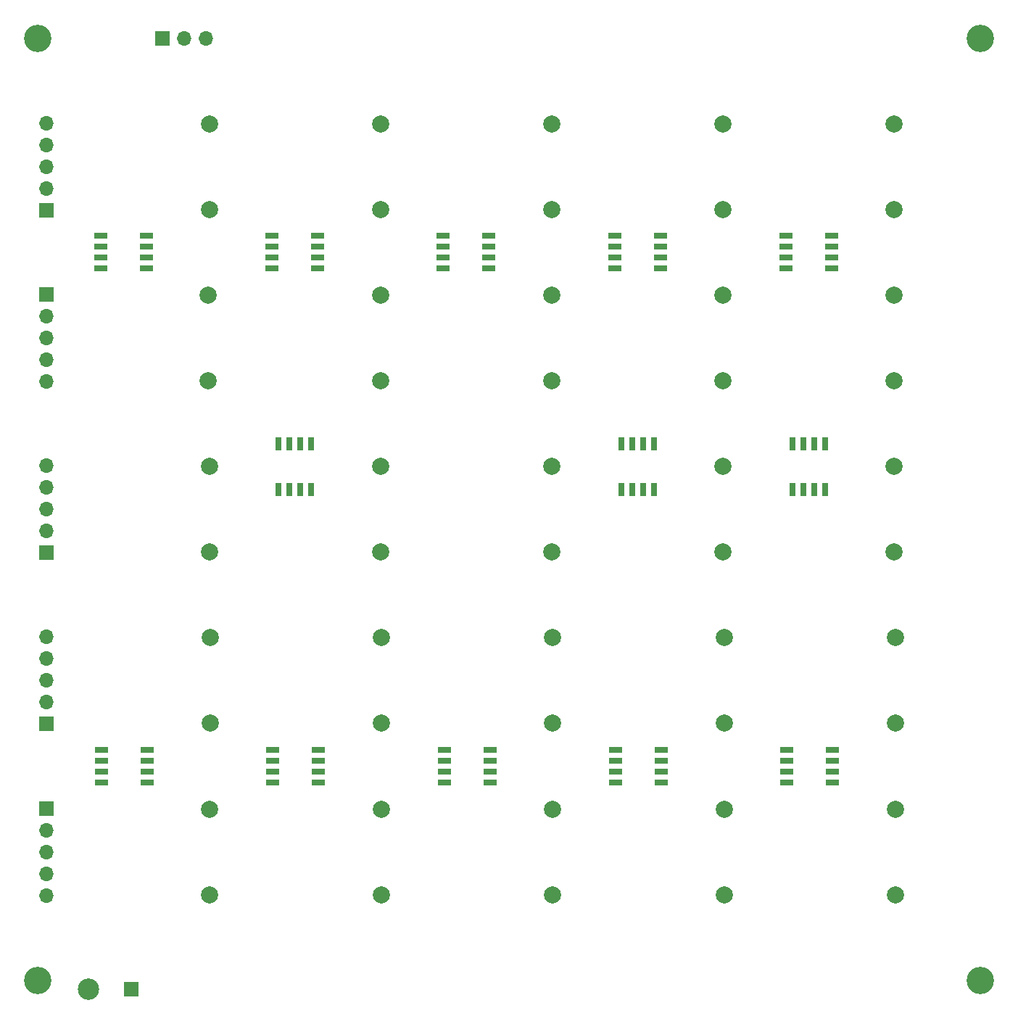
<source format=gbr>
%TF.GenerationSoftware,KiCad,Pcbnew,(6.0.4)*%
%TF.CreationDate,2022-05-01T19:30:29-04:00*%
%TF.ProjectId,ultrasonic,756c7472-6173-46f6-9e69-632e6b696361,rev?*%
%TF.SameCoordinates,Original*%
%TF.FileFunction,Soldermask,Top*%
%TF.FilePolarity,Negative*%
%FSLAX46Y46*%
G04 Gerber Fmt 4.6, Leading zero omitted, Abs format (unit mm)*
G04 Created by KiCad (PCBNEW (6.0.4)) date 2022-05-01 19:30:29*
%MOMM*%
%LPD*%
G01*
G04 APERTURE LIST*
G04 Aperture macros list*
%AMRoundRect*
0 Rectangle with rounded corners*
0 $1 Rounding radius*
0 $2 $3 $4 $5 $6 $7 $8 $9 X,Y pos of 4 corners*
0 Add a 4 corners polygon primitive as box body*
4,1,4,$2,$3,$4,$5,$6,$7,$8,$9,$2,$3,0*
0 Add four circle primitives for the rounded corners*
1,1,$1+$1,$2,$3*
1,1,$1+$1,$4,$5*
1,1,$1+$1,$6,$7*
1,1,$1+$1,$8,$9*
0 Add four rect primitives between the rounded corners*
20,1,$1+$1,$2,$3,$4,$5,0*
20,1,$1+$1,$4,$5,$6,$7,0*
20,1,$1+$1,$6,$7,$8,$9,0*
20,1,$1+$1,$8,$9,$2,$3,0*%
G04 Aperture macros list end*
%ADD10C,3.200000*%
%ADD11R,1.700000X1.700000*%
%ADD12O,1.700000X1.700000*%
%ADD13C,2.500000*%
%ADD14C,2.000000*%
%ADD15RoundRect,0.042000X-0.748000X-0.258000X0.748000X-0.258000X0.748000X0.258000X-0.748000X0.258000X0*%
%ADD16RoundRect,0.042000X-0.258000X0.748000X-0.258000X-0.748000X0.258000X-0.748000X0.258000X0.748000X0*%
G04 APERTURE END LIST*
D10*
%TO.C,*%
X65000000Y-45000000D03*
%TD*%
%TO.C,*%
X175000000Y-45000000D03*
%TD*%
%TO.C,*%
X175000000Y-155000000D03*
%TD*%
%TO.C,REF\u002A\u002A*%
X65000000Y-155000000D03*
%TD*%
D11*
%TO.C,REF\u002A\u002A*%
X79500000Y-45000000D03*
D12*
X82040000Y-45000000D03*
X84580000Y-45000000D03*
%TD*%
D13*
%TO.C,REF\u002A\u002A*%
X70904762Y-156000000D03*
%TD*%
D11*
%TO.C,REF\u002A\u002A*%
X75904762Y-156000000D03*
%TD*%
D12*
%TO.C,REF\u002A\u002A*%
X66000000Y-145085000D03*
X66000000Y-142545000D03*
X66000000Y-140005000D03*
X66000000Y-137465000D03*
D11*
X66000000Y-134925000D03*
%TD*%
%TO.C,REF\u002A\u002A*%
X66000000Y-125075000D03*
D12*
X66000000Y-122535000D03*
X66000000Y-119995000D03*
X66000000Y-117455000D03*
X66000000Y-114915000D03*
%TD*%
%TO.C,REF\u002A\u002A*%
X66000000Y-94915000D03*
X66000000Y-97455000D03*
X66000000Y-99995000D03*
X66000000Y-102535000D03*
D11*
X66000000Y-105075000D03*
%TD*%
D12*
%TO.C,REF\u002A\u002A*%
X66000000Y-85085000D03*
X66000000Y-82545000D03*
X66000000Y-80005000D03*
X66000000Y-77465000D03*
D11*
X66000000Y-74925000D03*
%TD*%
D12*
%TO.C,REF\u002A\u002A*%
X66000000Y-54915000D03*
X66000000Y-57455000D03*
X66000000Y-59995000D03*
X66000000Y-62535000D03*
D11*
X66000000Y-65075000D03*
%TD*%
D14*
%TO.C,REF\u002A\u002A*%
X145121247Y-135000001D03*
X145121247Y-145000001D03*
%TD*%
%TO.C,REF\u002A\u002A*%
X145109876Y-124988630D03*
X145109876Y-114988630D03*
%TD*%
%TO.C,REF\u002A\u002A*%
X125121247Y-145000001D03*
X125121247Y-135000001D03*
%TD*%
%TO.C,REF\u002A\u002A*%
X85121247Y-125000001D03*
X85121247Y-115000001D03*
%TD*%
%TO.C,REF\u002A\u002A*%
X85000000Y-135000000D03*
X85000000Y-145000000D03*
%TD*%
%TO.C,REF\u002A\u002A*%
X105121247Y-135000001D03*
X105121247Y-145000001D03*
%TD*%
%TO.C,REF\u002A\u002A*%
X165121247Y-135000001D03*
X165121247Y-145000001D03*
%TD*%
%TO.C,REF\u002A\u002A*%
X105121247Y-125000001D03*
X105121247Y-115000001D03*
%TD*%
D15*
%TO.C,REF\u002A\u002A*%
X132451247Y-128095001D03*
X132451247Y-129365001D03*
X132451247Y-130635001D03*
X132451247Y-131905001D03*
X137791247Y-131905001D03*
X137791247Y-130635001D03*
X137791247Y-129365001D03*
X137791247Y-128095001D03*
%TD*%
%TO.C,REF\u002A\u002A*%
X152451247Y-128095001D03*
X152451247Y-129365001D03*
X152451247Y-130635001D03*
X152451247Y-131905001D03*
X157791247Y-131905001D03*
X157791247Y-130635001D03*
X157791247Y-129365001D03*
X157791247Y-128095001D03*
%TD*%
%TO.C,REF\u002A\u002A*%
X72451247Y-128056127D03*
X72451247Y-129326127D03*
X72451247Y-130596127D03*
X72451247Y-131866127D03*
X77791247Y-131866127D03*
X77791247Y-130596127D03*
X77791247Y-129326127D03*
X77791247Y-128056127D03*
%TD*%
%TO.C,REF\u002A\u002A*%
X92424833Y-128056127D03*
X92424833Y-129326127D03*
X92424833Y-130596127D03*
X92424833Y-131866127D03*
X97764833Y-131866127D03*
X97764833Y-130596127D03*
X97764833Y-129326127D03*
X97764833Y-128056127D03*
%TD*%
%TO.C,REF\u002A\u002A*%
X112451247Y-128095001D03*
X112451247Y-129365001D03*
X112451247Y-130635001D03*
X112451247Y-131905001D03*
X117791247Y-131905001D03*
X117791247Y-130635001D03*
X117791247Y-129365001D03*
X117791247Y-128095001D03*
%TD*%
D14*
%TO.C,REF\u002A\u002A*%
X165121247Y-125000001D03*
X165121247Y-115000001D03*
%TD*%
%TO.C,REF\u002A\u002A*%
X125104191Y-114988630D03*
X125104191Y-124988630D03*
%TD*%
D15*
%TO.C,REF\u002A\u002A*%
X72330000Y-68056126D03*
X72330000Y-69326126D03*
X72330000Y-70596126D03*
X72330000Y-71866126D03*
X77670000Y-71866126D03*
X77670000Y-70596126D03*
X77670000Y-69326126D03*
X77670000Y-68056126D03*
%TD*%
D16*
%TO.C,REF\u002A\u002A*%
X156905000Y-92330000D03*
X155635000Y-92330000D03*
X154365000Y-92330000D03*
X153095000Y-92330000D03*
X153095000Y-97670000D03*
X154365000Y-97670000D03*
X155635000Y-97670000D03*
X156905000Y-97670000D03*
%TD*%
%TO.C,REF\u002A\u002A*%
X136905000Y-92330000D03*
X135635000Y-92330000D03*
X134365000Y-92330000D03*
X133095000Y-92330000D03*
X133095000Y-97670000D03*
X134365000Y-97670000D03*
X135635000Y-97670000D03*
X136905000Y-97670000D03*
%TD*%
%TO.C,REF\u002A\u002A*%
X96905000Y-97670000D03*
X95635000Y-97670000D03*
X94365000Y-97670000D03*
X93095000Y-97670000D03*
X93095000Y-92330000D03*
X94365000Y-92330000D03*
X95635000Y-92330000D03*
X96905000Y-92330000D03*
%TD*%
D15*
%TO.C,REF\u002A\u002A*%
X157670000Y-68095000D03*
X157670000Y-69365000D03*
X157670000Y-70635000D03*
X157670000Y-71905000D03*
X152330000Y-71905000D03*
X152330000Y-70635000D03*
X152330000Y-69365000D03*
X152330000Y-68095000D03*
%TD*%
%TO.C,REF\u002A\u002A*%
X137670000Y-68095000D03*
X137670000Y-69365000D03*
X137670000Y-70635000D03*
X137670000Y-71905000D03*
X132330000Y-71905000D03*
X132330000Y-70635000D03*
X132330000Y-69365000D03*
X132330000Y-68095000D03*
%TD*%
%TO.C,REF\u002A\u002A*%
X117670000Y-68095000D03*
X117670000Y-69365000D03*
X117670000Y-70635000D03*
X117670000Y-71905000D03*
X112330000Y-71905000D03*
X112330000Y-70635000D03*
X112330000Y-69365000D03*
X112330000Y-68095000D03*
%TD*%
%TO.C,REF\u002A\u002A*%
X97643586Y-68056126D03*
X97643586Y-69326126D03*
X97643586Y-70596126D03*
X97643586Y-71866126D03*
X92303586Y-71866126D03*
X92303586Y-70596126D03*
X92303586Y-69326126D03*
X92303586Y-68056126D03*
%TD*%
D14*
%TO.C,REF\u002A\u002A*%
X144988629Y-94988629D03*
X144988629Y-104988629D03*
%TD*%
%TO.C,REF\u002A\u002A*%
X105000000Y-95000000D03*
X105000000Y-105000000D03*
%TD*%
%TO.C,REF\u002A\u002A*%
X85000000Y-95000000D03*
X85000000Y-105000000D03*
%TD*%
%TO.C,REF\u002A\u002A*%
X124982944Y-104988629D03*
X124982944Y-94988629D03*
%TD*%
%TO.C,REF\u002A\u002A*%
X165000000Y-95000000D03*
X165000000Y-105000000D03*
%TD*%
%TO.C,REF\u002A\u002A*%
X124982944Y-54988629D03*
X124982944Y-64988629D03*
%TD*%
%TO.C,REF\u002A\u002A*%
X165000000Y-65000000D03*
X165000000Y-55000000D03*
%TD*%
%TO.C,REF\u002A\u002A*%
X144988629Y-64988629D03*
X144988629Y-54988629D03*
%TD*%
%TO.C,REF\u002A\u002A*%
X145000000Y-85000000D03*
X145000000Y-75000000D03*
%TD*%
%TO.C,REF\u002A\u002A*%
X125000000Y-75000000D03*
X125000000Y-85000000D03*
%TD*%
%TO.C,REF\u002A\u002A*%
X85000000Y-65000000D03*
X85000000Y-55000000D03*
%TD*%
%TO.C,REF\u002A\u002A*%
X105000000Y-85000000D03*
X105000000Y-75000000D03*
%TD*%
%TO.C,REF\u002A\u002A*%
X165000000Y-85000000D03*
X165000000Y-75000000D03*
%TD*%
%TO.C,REF\u002A\u002A*%
X105000000Y-65000000D03*
X105000000Y-55000000D03*
%TD*%
%TO.C,REF\u002A\u002A*%
X84878753Y-84999999D03*
X84878753Y-74999999D03*
%TD*%
M02*

</source>
